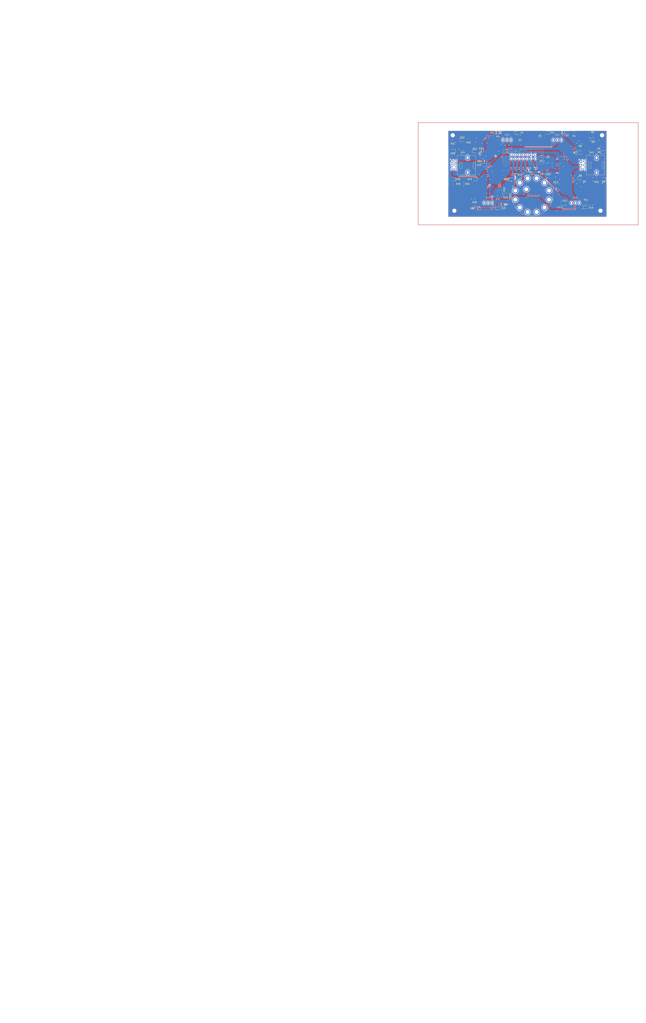
<source format=kicad_pcb>
(kicad_pcb
	(version 20240108)
	(generator "pcbnew")
	(generator_version "8.0")
	(general
		(thickness 1.6)
		(legacy_teardrops no)
	)
	(paper "A4")
	(layers
		(0 "F.Cu" signal)
		(31 "B.Cu" signal)
		(34 "B.Paste" user)
		(35 "F.Paste" user)
		(36 "B.SilkS" user "B.Silkscreen")
		(37 "F.SilkS" user "F.Silkscreen")
		(38 "B.Mask" user)
		(39 "F.Mask" user)
		(44 "Edge.Cuts" user)
		(45 "Margin" user)
		(46 "B.CrtYd" user "B.Courtyard")
		(47 "F.CrtYd" user "F.Courtyard")
		(48 "B.Fab" user)
		(49 "F.Fab" user)
	)
	(setup
		(stackup
			(layer "F.SilkS"
				(type "Top Silk Screen")
				(color "White")
			)
			(layer "F.Paste"
				(type "Top Solder Paste")
			)
			(layer "F.Mask"
				(type "Top Solder Mask")
				(color "Black")
				(thickness 0.01)
			)
			(layer "F.Cu"
				(type "copper")
				(thickness 0.035)
			)
			(layer "dielectric 1"
				(type "core")
				(thickness 1.51)
				(material "FR4")
				(epsilon_r 4.5)
				(loss_tangent 0.02)
			)
			(layer "B.Cu"
				(type "copper")
				(thickness 0.035)
			)
			(layer "B.Mask"
				(type "Bottom Solder Mask")
				(color "Black")
				(thickness 0.01)
			)
			(layer "B.Paste"
				(type "Bottom Solder Paste")
			)
			(layer "B.SilkS"
				(type "Bottom Silk Screen")
				(color "White")
			)
			(copper_finish "None")
			(dielectric_constraints yes)
		)
		(pad_to_mask_clearance 0)
		(allow_soldermask_bridges_in_footprints no)
		(aux_axis_origin 84 135)
		(grid_origin 84 135)
		(pcbplotparams
			(layerselection 0x00010fc_ffffffff)
			(plot_on_all_layers_selection 0x0000000_00000000)
			(disableapertmacros no)
			(usegerberextensions no)
			(usegerberattributes yes)
			(usegerberadvancedattributes yes)
			(creategerberjobfile yes)
			(dashed_line_dash_ratio 12.000000)
			(dashed_line_gap_ratio 3.000000)
			(svgprecision 4)
			(plotframeref no)
			(viasonmask no)
			(mode 1)
			(useauxorigin no)
			(hpglpennumber 1)
			(hpglpenspeed 20)
			(hpglpendiameter 15.000000)
			(pdf_front_fp_property_popups yes)
			(pdf_back_fp_property_popups yes)
			(dxfpolygonmode yes)
			(dxfimperialunits yes)
			(dxfusepcbnewfont yes)
			(psnegative no)
			(psa4output no)
			(plotreference yes)
			(plotvalue yes)
			(plotfptext yes)
			(plotinvisibletext no)
			(sketchpadsonfab no)
			(subtractmaskfromsilk no)
			(outputformat 1)
			(mirror no)
			(drillshape 1)
			(scaleselection 1)
			(outputdirectory "")
		)
	)
	(net 0 "")
	(net 1 "/LED_PWR")
	(net 2 "Net-(D1-A)")
	(net 3 "Net-(D2-A)")
	(net 4 "Net-(D3-A)")
	(net 5 "Net-(D4-A)")
	(net 6 "Net-(D5-A)")
	(net 7 "Net-(D6-A)")
	(net 8 "/PWM_1")
	(net 9 "/SYS_1")
	(net 10 "/SYS_2")
	(net 11 "/Gain")
	(net 12 "/Multiscan")
	(net 13 "/CCS")
	(net 14 "/PWS")
	(net 15 "/Tilt")
	(net 16 "VBUS")
	(net 17 "GND")
	(net 18 "+3V3")
	(net 19 "/WX+T")
	(net 20 "/TURB")
	(net 21 "Net-(D7-A)")
	(net 22 "Net-(D8-A)")
	(net 23 "Net-(D9-A)")
	(net 24 "Net-(D10-A)")
	(net 25 "Net-(D11-A)")
	(net 26 "Net-(D12-A)")
	(net 27 "Net-(D13-A)")
	(net 28 "Net-(D14-A)")
	(net 29 "Net-(D15-A)")
	(net 30 "Net-(D16-A)")
	(net 31 "Net-(D17-A)")
	(net 32 "Net-(D18-A)")
	(net 33 "Net-(D19-A)")
	(net 34 "Net-(D20-A)")
	(net 35 "Net-(D21-A)")
	(net 36 "Net-(D22-A)")
	(net 37 "Net-(D23-A)")
	(net 38 "/MAP")
	(net 39 "unconnected-(SW1-Pad3)")
	(net 40 "unconnected-(SW1-Pad5)")
	(net 41 "unconnected-(SW1-Pad6)")
	(net 42 "unconnected-(SW1-Pad7)")
	(net 43 "unconnected-(SW1-Pad8)")
	(net 44 "unconnected-(SW1-Pad9)")
	(net 45 "unconnected-(SW1-Pad10)")
	(net 46 "unconnected-(SW1-Pad11)")
	(net 47 "unconnected-(SW1-Pad12)")
	(footprint "Resistor_SMD:R_0805_2012Metric" (layer "F.Cu") (at 129.8875 84 180))
	(footprint "Resistor_SMD:R_0805_2012Metric" (layer "F.Cu") (at 182.8375 91.5))
	(footprint "NiasStuff:C&K_Rotary_Switches" (layer "F.Cu") (at 137.527109 121.078224 90))
	(footprint "Resistor_SMD:R_0805_2012Metric" (layer "F.Cu") (at 158.5 126.25))
	(footprint "Resistor_SMD:R_0805_2012Metric" (layer "F.Cu") (at 100.8375 127.25))
	(footprint "Resistor_SMD:R_0805_2012Metric" (layer "F.Cu") (at 105.0875 93.2 180))
	(footprint "LED_SMD:LED_0805_2012Metric" (layer "F.Cu") (at 148 109.2))
	(footprint "MountingHole:MountingHole_2.2mm_M2" (layer "F.Cu") (at 181 131))
	(footprint "Resistor_SMD:R_0805_2012Metric" (layer "F.Cu") (at 175.9875 82.9))
	(footprint "NiasStuff:SW_SPDT_YUEN-FUNG_ST-0-103-A01-T000-RS" (layer "F.Cu") (at 121.5 86))
	(footprint "Resistor_SMD:R_0805_2012Metric" (layer "F.Cu") (at 145.3375 83.6))
	(footprint "LED_SMD:LED_0805_2012Metric" (layer "F.Cu") (at 93.0625 86))
	(footprint "LED_SMD:LED_0805_2012Metric" (layer "F.Cu") (at 120.5625 120.75))
	(footprint "LED_SMD:LED_0805_2012Metric" (layer "F.Cu") (at 135.3125 105.5))
	(footprint "Resistor_SMD:R_0805_2012Metric" (layer "F.Cu") (at 97.0875 86 180))
	(footprint "Resistor_SMD:R_0805_2012Metric" (layer "F.Cu") (at 168.0875 112.5))
	(footprint "LED_SMD:LED_0805_2012Metric" (layer "F.Cu") (at 159.8625 81.3))
	(footprint "LED_SMD:LED_0805_2012Metric" (layer "F.Cu") (at 101.0625 111 180))
	(footprint "NiasStuff:SW_SPDT_YUEN-FUNG_ST-0-103-A01-T000-RS" (layer "F.Cu") (at 165 126))
	(footprint "NiasStuff:Potentiometer_Alps_RK09L_Double_Vertical" (layer "F.Cu") (at 168.5 99.5))
	(footprint "LED_SMD:LED_0805_2012Metric" (layer "F.Cu") (at 107.0625 102 180))
	(footprint "Resistor_SMD:R_0805_2012Metric" (layer "F.Cu") (at 112.7875 83.8))
	(footprint "Resistor_SMD:R_0805_2012Metric" (layer "F.Cu") (at 99.3375 114))
	(footprint "LED_SMD:LED_0805_2012Metric" (layer "F.Cu") (at 168.0625 110.25))
	(footprint "LED_SMD:LED_0805_2012Metric" (layer "F.Cu") (at 182.9375 111 180))
	(footprint "NiasStuff:SW_SPDT_YUEN-FUNG_ST-0-103-A01-T000-RS" (layer "F.Cu") (at 153.5 86))
	(footprint "LED_SMD:LED_0805_2012Metric" (layer "F.Cu") (at 182.8125 93.75))
	(footprint "NiasStuff:SW_SPDT_YUEN-FUNG_ST-0-103-A01-T000-RS" (layer "F.Cu") (at 109.5 126))
	(footprint "LED_SMD:LED_0805_2012Metric" (layer "F.Cu") (at 116.0625 129.5))
	(footprint "Resistor_SMD:R_0805_2012Metric" (layer "F.Cu") (at 121.5 117.5875 -90))
	(footprint "LED_SMD:LED_0805_2012Metric" (layer "F.Cu") (at 147.1625 81.3 180))
	(footprint "LED_SMD:LED_0805_2012Metric" (layer "F.Cu") (at 87.0625 111 180))
	(footprint "LED_SMD:LED_0805_2012Metric" (layer "F.Cu") (at 168.0625 94))
	(footprint "Resistor_SMD:R_0805_2012Metric" (layer "F.Cu") (at 117.8875 127 180))
	(footprint "Resistor_SMD:R_0805_2012Metric" (layer "F.Cu") (at 152.5 111.25 180))
	(footprint "MountingHole:MountingHole_2.2mm_M2" (layer "F.Cu") (at 87 83))
	(footprint "LED_SMD:LED_0805_2012Metric" (layer "F.Cu") (at 171.8125 128.75))
	(footprint "Package_TO_SOT_SMD:SOT-23-3" (layer "F.Cu") (at 147.8625 98.9))
	(footprint "Resistor_SMD:R_0805_2012Metric" (layer "F.Cu") (at 171.8375 125.75))
	(footprint "LED_SMD:LED_0805_2012Metric" (layer "F.Cu") (at 176.1625 85.6))
	(footprint "Resistor_SMD:R_0805_2012Metric"
		(layer "F.Cu")
		(uuid "c03850c0-d53d-4d9e-838a-cbd62d2a0406")
		(at 178.5875 111)
		(descr "Resistor SMD 0805 (2012 Metric), square (rectangular) end terminal, IPC_7351 nominal, (Body size source: IPC-SM-782 page 72, https://www.pcb-3d.com/wordpress/wp-content/uploads/ipc-sm-782a_amendment_1_and_2.pdf), generated with kicad-footprint-generator")
		(tags "resistor")
		(property "Reference" "R10"
			(at -0.0875 1.75 0)
			(layer "F.SilkS")
			(uuid "2b4950aa-9f9d-4bfc-9524-f341ed719418")
			(effects
				(font
					(size 1 1)
					(thickness 0.15)
				)
			)
		)
		(property "Value" "240"
			(at 0 1.65 0)
			(layer "F.Fab")
			(uuid "47a54fc5-8df6-46d4-abb3-eabbc193d5c0")
			(effects
				(font
					(size 1 1)
					(thickness 0.15)
				)
			)
		)
		(property "Footprint" "Resistor_SMD:R_0805_2012Metric"
			(at 0 0 0)
			(unlocked yes)
			(layer "F.Fab")
			(hide yes)
			(uuid "c4c602ab-29fa-4e57-a593-3eaa04130034")
			(effects
				(font
					(size 1.27 1.27)
				)
			)
		)
		(property "Datasheet" ""
			(at 0 0 0)
			(unlocked yes)
			(layer "F.Fab")
			(hide yes)
			(uuid "19fdda5c-0af8-47bd-8f6a-c112a708d012")
			(effects
				(font
					(size 1.27 1.27)
				)
			)
		)
		(property "Description" "Resistor"
			(at 0 0 0)
			(unlocked yes)
			(layer "F.Fab")
			(hide yes)
			(uuid "126df4f1-ab3a-4f7a-a90c-968722e00e4f")
			(effects
				(font
					(size 1.27 1.27)
				)
			)
		)
		(property "JLCPCB Part" "C17572"
			(at 0 0 0)
			(layer "F.Fab")
			(hide yes)
			(uu
... [1242778 chars truncated]
</source>
